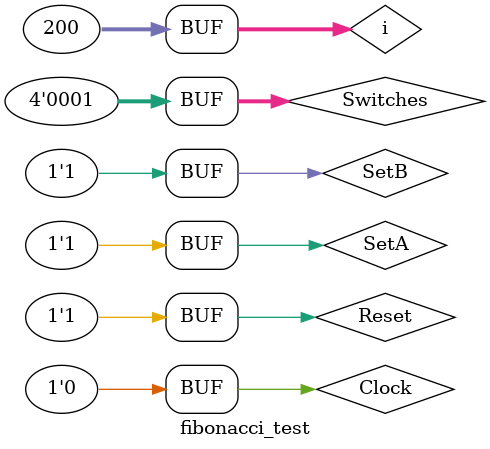
<source format=v>
`timescale 1ns / 1ps


module fibonacci_test;

	// Inputs
	reg Clock;
	reg Reset;
	reg SetA;
	reg SetB;
	reg [3:0] Switches;

	// Outputs
	wire [15:0] Output;

	// Instantiate the Unit Under Test (UUT)
	Fibonacci uut (
		.Clock(Clock), 
		.Reset(Reset), 
		.SetA(SetA), 
		.SetB(SetB), 
		.Switches(Switches), 
		.Output(Output)
	);
	
	integer i;

	initial begin
		// Initialize Inputs
		Clock = 0;
		Reset = 1;
		SetA = 1;
		SetB = 1;
		Switches = 1;

		// Wait 100 ns for global reset to finish
		#100;
      for (i = 0; i < 200; i = i + 1)  
		begin 
			Clock = ~Clock;
			if(i==1)
				Reset = 0;
			if(i==2)
				Reset = 1;
			if(i==15)
				SetA=0;
			if(i==17)
				SetA=1;
			if(i==18)
				SetB=0;
			if(i==20)
				SetB=1;
			#5;
		end

	end
      
endmodule


</source>
